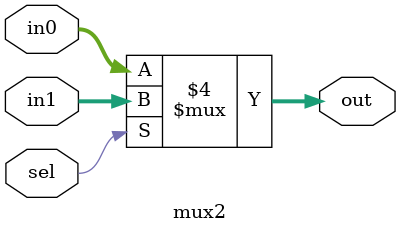
<source format=v>
`timescale 1ns / 1ps


module mux2(in0, in1, sel, out);
    input [31:0] in0;
    input [31:0] in1;
    input sel;
    output reg [31:0] out;
    
    always @(in0, in1, sel)
        begin
            if (sel == 0)
                out = in0;
                
            else 
                out = in1;
        end
endmodule

</source>
